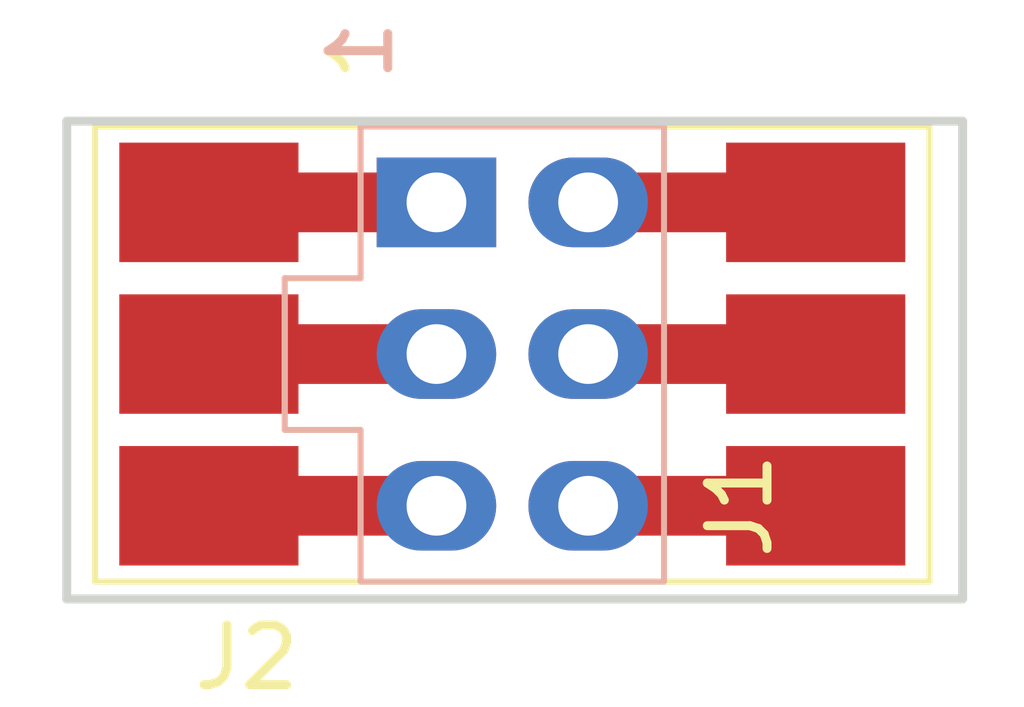
<source format=kicad_pcb>
(kicad_pcb (version 4) (host pcbnew 4.0.7)

  (general
    (links 6)
    (no_connects 0)
    (area 115.807618 78.977618 133.112382 96.282382)
    (thickness 1.6)
    (drawings 4)
    (tracks 6)
    (zones 0)
    (modules 2)
    (nets 7)
  )

  (page A4)
  (layers
    (0 F.Cu signal)
    (31 B.Cu signal)
    (32 B.Adhes user)
    (33 F.Adhes user)
    (34 B.Paste user)
    (35 F.Paste user)
    (36 B.SilkS user)
    (37 F.SilkS user)
    (38 B.Mask user)
    (39 F.Mask user)
    (40 Dwgs.User user)
    (41 Cmts.User user)
    (42 Eco1.User user)
    (43 Eco2.User user)
    (44 Edge.Cuts user)
    (45 Margin user)
    (46 B.CrtYd user)
    (47 F.CrtYd user)
    (48 B.Fab user)
    (49 F.Fab user)
  )

  (setup
    (last_trace_width 1)
    (user_trace_width 1)
    (trace_clearance 0.2)
    (zone_clearance 0.508)
    (zone_45_only no)
    (trace_min 0.2)
    (segment_width 0.2)
    (edge_width 0.15)
    (via_size 0.6)
    (via_drill 0.4)
    (via_min_size 0.4)
    (via_min_drill 0.3)
    (user_via 2 1)
    (uvia_size 0.3)
    (uvia_drill 0.1)
    (uvias_allowed no)
    (uvia_min_size 0.2)
    (uvia_min_drill 0.1)
    (pcb_text_width 0.3)
    (pcb_text_size 1.5 1.5)
    (mod_edge_width 0.15)
    (mod_text_size 1 1)
    (mod_text_width 0.15)
    (pad_size 1.524 1.524)
    (pad_drill 0.762)
    (pad_to_mask_clearance 0.2)
    (aux_axis_origin 0 0)
    (visible_elements FFFFFF7F)
    (pcbplotparams
      (layerselection 0x01000_80000001)
      (usegerberextensions false)
      (excludeedgelayer true)
      (linewidth 0.100000)
      (plotframeref false)
      (viasonmask false)
      (mode 1)
      (useauxorigin false)
      (hpglpennumber 1)
      (hpglpenspeed 20)
      (hpglpendiameter 15)
      (hpglpenoverlay 2)
      (psnegative false)
      (psa4output false)
      (plotreference true)
      (plotvalue true)
      (plotinvisibletext false)
      (padsonsilk false)
      (subtractmaskfromsilk false)
      (outputformat 1)
      (mirror false)
      (drillshape 0)
      (scaleselection 1)
      (outputdirectory Gerber-Adaptaueur-ISCP-6/))
  )

  (net 0 "")
  (net 1 "Net-(J1-Pad1)")
  (net 2 "Net-(J1-Pad2)")
  (net 3 "Net-(J1-Pad3)")
  (net 4 "Net-(J1-Pad4)")
  (net 5 "Net-(J1-Pad5)")
  (net 6 GND)

  (net_class Default "Ceci est la Netclass par défaut"
    (clearance 0.2)
    (trace_width 0.25)
    (via_dia 0.6)
    (via_drill 0.4)
    (uvia_dia 0.3)
    (uvia_drill 0.1)
    (add_net GND)
    (add_net "Net-(J1-Pad1)")
    (add_net "Net-(J1-Pad2)")
    (add_net "Net-(J1-Pad3)")
    (add_net "Net-(J1-Pad4)")
    (add_net "Net-(J1-Pad5)")
  )

  (module alex-library:2x3-Pin-Connecteur (layer F.Cu) (tedit 5AD75C48) (tstamp 5AD764E1)
    (at 123.19 86.36)
    (path /5AD75852)
    (fp_text reference J1 (at 5.08 5.08 90) (layer F.SilkS)
      (effects (font (size 1 1) (thickness 0.15)))
    )
    (fp_text value Conn_02x03_Odd_Even (at -3.81 1.27 90) (layer F.Fab) hide
      (effects (font (size 1 1) (thickness 0.15)))
    )
    (fp_text user 1 (at -1.27 -2.54 90) (layer B.SilkS)
      (effects (font (size 1 1) (thickness 0.15)) (justify mirror))
    )
    (fp_text user 1 (at -1.27 -2.54 90) (layer F.SilkS)
      (effects (font (size 1 1) (thickness 0.15)))
    )
    (fp_line (start -2.54 1.27) (end -1.27 1.27) (layer B.SilkS) (width 0.1))
    (fp_line (start -1.27 1.27) (end -1.27 -1.27) (layer B.SilkS) (width 0.1))
    (fp_line (start -1.27 -1.27) (end 3.81 -1.27) (layer B.SilkS) (width 0.1))
    (fp_line (start 3.81 -1.27) (end 3.81 6.35) (layer B.SilkS) (width 0.1))
    (fp_line (start 3.81 6.35) (end -1.27 6.35) (layer B.SilkS) (width 0.1))
    (fp_line (start -1.27 6.35) (end -1.27 3.81) (layer B.SilkS) (width 0.1))
    (fp_line (start -1.27 3.81) (end -2.54 3.81) (layer B.SilkS) (width 0.1))
    (fp_line (start -2.54 3.81) (end -2.54 1.27) (layer B.SilkS) (width 0.1))
    (fp_line (start -2.54 -1.27) (end 3.81 -1.27) (layer B.CrtYd) (width 0.1))
    (fp_line (start 3.81 -1.27) (end 3.81 6.35) (layer B.CrtYd) (width 0.1))
    (fp_line (start 3.81 6.35) (end -2.54 6.35) (layer B.CrtYd) (width 0.1))
    (fp_line (start -2.54 6.35) (end -2.54 -1.27) (layer B.CrtYd) (width 0.1))
    (fp_line (start -2.54 -1.27) (end 3.81 -1.27) (layer F.CrtYd) (width 0.1))
    (fp_line (start 3.81 -1.27) (end 3.81 6.35) (layer F.CrtYd) (width 0.1))
    (fp_line (start 3.81 6.35) (end -2.54 6.35) (layer F.CrtYd) (width 0.1))
    (fp_line (start -2.54 6.35) (end -2.54 -1.27) (layer F.CrtYd) (width 0.1))
    (fp_line (start -1.27 -1.27) (end 3.81 -1.27) (layer F.SilkS) (width 0.1))
    (fp_line (start 3.81 -1.27) (end 3.81 6.35) (layer F.SilkS) (width 0.1))
    (fp_line (start 3.81 6.35) (end -1.27 6.35) (layer F.SilkS) (width 0.1))
    (fp_line (start -1.27 6.35) (end -1.27 3.81) (layer F.SilkS) (width 0.1))
    (fp_line (start -1.27 3.81) (end -2.54 3.81) (layer F.SilkS) (width 0.1))
    (fp_line (start -2.54 3.81) (end -2.54 1.27) (layer F.SilkS) (width 0.1))
    (fp_line (start -2.54 1.27) (end -1.27 1.27) (layer F.SilkS) (width 0.1))
    (fp_line (start -1.27 1.27) (end -1.27 -1.27) (layer F.SilkS) (width 0.1))
    (pad 1 thru_hole rect (at 0 0) (size 2 1.5) (drill 1) (layers *.Cu *.Mask)
      (net 1 "Net-(J1-Pad1)"))
    (pad 2 thru_hole oval (at 2.54 0) (size 2 1.5) (drill 1) (layers *.Cu *.Mask)
      (net 2 "Net-(J1-Pad2)"))
    (pad 3 thru_hole oval (at 0 2.54) (size 2 1.5) (drill 1) (layers *.Cu *.Mask)
      (net 3 "Net-(J1-Pad3)"))
    (pad 4 thru_hole oval (at 2.54 2.54) (size 2 1.5) (drill 1) (layers *.Cu *.Mask)
      (net 4 "Net-(J1-Pad4)"))
    (pad 5 thru_hole oval (at 0 5.08) (size 2 1.5) (drill 1) (layers *.Cu *.Mask)
      (net 5 "Net-(J1-Pad5)"))
    (pad 6 thru_hole oval (at 2.54 5.08) (size 2 1.5) (drill 1) (layers *.Cu *.Mask)
      (net 6 GND))
  )

  (module alex-library:ISP-6-SMD-FIL (layer F.Cu) (tedit 5AD75AF8) (tstamp 5AD764F7)
    (at 119.38 86.36)
    (path /5AD7589C)
    (fp_text reference J2 (at 0.635 7.62) (layer F.SilkS)
      (effects (font (size 1 1) (thickness 0.15)))
    )
    (fp_text value Conn_02x03_Odd_Even (at 5.08 -2.54) (layer F.Fab)
      (effects (font (size 1 1) (thickness 0.15)))
    )
    (fp_line (start -1.905 -1.27) (end 12.065 -1.27) (layer B.CrtYd) (width 0.1))
    (fp_line (start 12.065 -1.27) (end 12.065 6.35) (layer B.CrtYd) (width 0.1))
    (fp_line (start 12.065 6.35) (end -1.905 6.35) (layer B.CrtYd) (width 0.1))
    (fp_line (start -1.905 6.35) (end -1.905 -1.27) (layer B.CrtYd) (width 0.1))
    (fp_line (start -1.905 -1.27) (end 12.065 -1.27) (layer F.CrtYd) (width 0.1))
    (fp_line (start 12.065 -1.27) (end 12.065 6.35) (layer F.CrtYd) (width 0.1))
    (fp_line (start 12.065 6.35) (end -1.905 6.35) (layer F.CrtYd) (width 0.1))
    (fp_line (start -1.905 6.35) (end -1.905 -1.27) (layer F.CrtYd) (width 0.1))
    (fp_line (start -1.905 -1.27) (end 12.065 -1.27) (layer F.SilkS) (width 0.1))
    (fp_line (start 12.065 -1.27) (end 12.065 6.35) (layer F.SilkS) (width 0.1))
    (fp_line (start 12.065 6.35) (end -1.905 6.35) (layer F.SilkS) (width 0.1))
    (fp_line (start -1.905 6.35) (end -1.905 -1.27) (layer F.SilkS) (width 0.1))
    (pad 1 smd rect (at 0 0) (size 3 2) (layers F.Cu F.Paste F.Mask)
      (net 1 "Net-(J1-Pad1)"))
    (pad 2 smd rect (at 10.16 0) (size 3 2) (layers F.Cu F.Paste F.Mask)
      (net 2 "Net-(J1-Pad2)"))
    (pad 3 smd rect (at 0 2.54) (size 3 2) (layers F.Cu F.Paste F.Mask)
      (net 3 "Net-(J1-Pad3)"))
    (pad 4 smd rect (at 10.16 2.54) (size 3 2) (layers F.Cu F.Paste F.Mask)
      (net 4 "Net-(J1-Pad4)"))
    (pad 5 smd rect (at 0 5.08) (size 3 2) (layers F.Cu F.Paste F.Mask)
      (net 5 "Net-(J1-Pad5)"))
    (pad 6 smd rect (at 10.16 5.08) (size 3 2) (layers F.Cu F.Paste F.Mask)
      (net 6 GND))
  )

  (gr_line (start 117 93) (end 117 85) (angle 90) (layer Edge.Cuts) (width 0.15))
  (gr_line (start 132 93) (end 117 93) (angle 90) (layer Edge.Cuts) (width 0.15))
  (gr_line (start 132 85) (end 132 93) (angle 90) (layer Edge.Cuts) (width 0.15))
  (gr_line (start 117 85) (end 132 85) (angle 90) (layer Edge.Cuts) (width 0.15))

  (segment (start 119.38 86.36) (end 123.19 86.36) (width 1) (layer F.Cu) (net 1) (status C00000))
  (segment (start 125.73 86.36) (end 129.54 86.36) (width 1) (layer F.Cu) (net 2) (status C00000))
  (segment (start 119.38 88.9) (end 123.19 88.9) (width 1) (layer F.Cu) (net 3) (status C00000))
  (segment (start 125.73 88.9) (end 129.54 88.9) (width 1) (layer F.Cu) (net 4) (status C00000))
  (segment (start 119.38 91.44) (end 123.19 91.44) (width 1) (layer F.Cu) (net 5) (status C00000))
  (segment (start 125.73 91.44) (end 129.54 91.44) (width 1) (layer F.Cu) (net 6) (status C00000))

)

</source>
